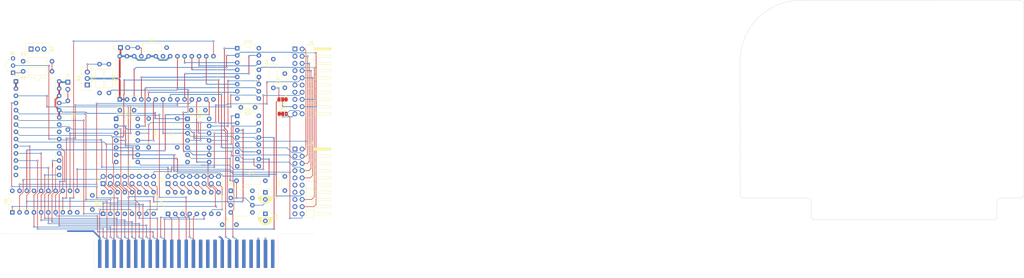
<source format=kicad_pcb>
(kicad_pcb
	(version 20241229)
	(generator "pcbnew")
	(generator_version "9.0")
	(general
		(thickness 1.6)
		(legacy_teardrops no)
	)
	(paper "A4")
	(layers
		(0 "F.Cu" signal)
		(2 "B.Cu" signal)
		(9 "F.Adhes" user "F.Adhesive")
		(11 "B.Adhes" user "B.Adhesive")
		(13 "F.Paste" user)
		(15 "B.Paste" user)
		(5 "F.SilkS" user "F.Silkscreen")
		(7 "B.SilkS" user "B.Silkscreen")
		(1 "F.Mask" user)
		(3 "B.Mask" user)
		(17 "Dwgs.User" user "User.Drawings")
		(19 "Cmts.User" user "User.Comments")
		(21 "Eco1.User" user "User.Eco1")
		(23 "Eco2.User" user "User.Eco2")
		(25 "Edge.Cuts" user)
		(27 "Margin" user)
		(31 "F.CrtYd" user "F.Courtyard")
		(29 "B.CrtYd" user "B.Courtyard")
		(35 "F.Fab" user)
		(33 "B.Fab" user)
		(39 "User.1" user)
		(41 "User.2" user)
		(43 "User.3" user)
		(45 "User.4" user)
	)
	(setup
		(pad_to_mask_clearance 0)
		(allow_soldermask_bridges_in_footprints no)
		(tenting front back)
		(pcbplotparams
			(layerselection 0x00000000_00000000_55555555_5755f5ff)
			(plot_on_all_layers_selection 0x00000000_00000000_00000000_00000000)
			(disableapertmacros no)
			(usegerberextensions no)
			(usegerberattributes yes)
			(usegerberadvancedattributes yes)
			(creategerberjobfile yes)
			(dashed_line_dash_ratio 12.000000)
			(dashed_line_gap_ratio 3.000000)
			(svgprecision 4)
			(plotframeref no)
			(mode 1)
			(useauxorigin no)
			(hpglpennumber 1)
			(hpglpenspeed 20)
			(hpglpendiameter 15.000000)
			(pdf_front_fp_property_popups yes)
			(pdf_back_fp_property_popups yes)
			(pdf_metadata yes)
			(pdf_single_document no)
			(dxfpolygonmode yes)
			(dxfimperialunits yes)
			(dxfusepcbnewfont yes)
			(psnegative no)
			(psa4output no)
			(plot_black_and_white yes)
			(sketchpadsonfab no)
			(plotpadnumbers no)
			(hidednponfab no)
			(sketchdnponfab yes)
			(crossoutdnponfab yes)
			(subtractmaskfromsilk no)
			(outputformat 1)
			(mirror no)
			(drillshape 1)
			(scaleselection 1)
			(outputdirectory "")
		)
	)
	(net 0 "")
	(net 1 "-12V")
	(net 2 "GND")
	(net 3 "+5V")
	(net 4 "Net-(U6-THR)")
	(net 5 "+12V")
	(net 6 "Net-(J1-Pin_2)")
	(net 7 "~{IOSEL}")
	(net 8 "Net-(J2-Pin_5)")
	(net 9 "Net-(J2-Pin_7)")
	(net 10 "/VCC_SWITCHED_1")
	(net 11 "Net-(J2-Pin_15)")
	(net 12 "Net-(J2-Pin_3)")
	(net 13 "Net-(J2-Pin_9)")
	(net 14 "Net-(J2-Pin_11)")
	(net 15 "Net-(J2-Pin_13)")
	(net 16 "Net-(J2-Pin_1)")
	(net 17 "Net-(J3-Pin_11)")
	(net 18 "Net-(J3-Pin_5)")
	(net 19 "Net-(J3-Pin_7)")
	(net 20 "Net-(J3-Pin_9)")
	(net 21 "Net-(J3-Pin_1)")
	(net 22 "Net-(J3-Pin_13)")
	(net 23 "Net-(J3-Pin_15)")
	(net 24 "Net-(J3-Pin_3)")
	(net 25 "Net-(J4-Pin_2)")
	(net 26 "/PH1")
	(net 27 "/PH0")
	(net 28 "/WR DATA")
	(net 29 "/W PROT")
	(net 30 "/RD DATA")
	(net 31 "/PH2")
	(net 32 "/PH3")
	(net 33 "Net-(J5-Pin_17)")
	(net 34 "/WR REQ")
	(net 35 "Net-(J5-Pin_19)")
	(net 36 "/~{ENBL 1}")
	(net 37 "Net-(J5-Pin_5)")
	(net 38 "/~{ENBL 2}")
	(net 39 "A12")
	(net 40 "D0")
	(net 41 "A10")
	(net 42 "A3")
	(net 43 "A14")
	(net 44 "D3")
	(net 45 "unconnected-(P1-Pin_40-Pad40)")
	(net 46 "2M")
	(net 47 "~{RESET}")
	(net 48 "unconnected-(P1-Pin_30-Pad30)")
	(net 49 "A4")
	(net 50 "~{EXTC}")
	(net 51 "unconnected-(P1-Pin_18-Pad18)")
	(net 52 "unconnected-(P1-Pin_38-Pad38)")
	(net 53 "D1")
	(net 54 "unconnected-(P1-Pin_29-Pad29)")
	(net 55 "A0")
	(net 56 "A15")
	(net 57 "D6")
	(net 58 "unconnected-(P1-Pin_36-Pad36)")
	(net 59 "A5")
	(net 60 "unconnected-(P1-Pin_22-Pad22)")
	(net 61 "~{EXTE}")
	(net 62 "Net-(P1-Pin_24)")
	(net 63 "~{EXT8}")
	(net 64 "unconnected-(P1-Pin_34-Pad34)")
	(net 65 "A8")
	(net 66 "D2")
	(net 67 "A2")
	(net 68 "D7")
	(net 69 "A7")
	(net 70 "Net-(P1-Pin_23)")
	(net 71 "A6")
	(net 72 "unconnected-(P1-Pin_21-Pad21)")
	(net 73 "~{EXT_MEM}")
	(net 74 "D4")
	(net 75 "D5")
	(net 76 "A9")
	(net 77 "A13")
	(net 78 "A11")
	(net 79 "unconnected-(P1-Pin_39-Pad39)")
	(net 80 "~{EXT6}")
	(net 81 "A1")
	(net 82 "Net-(Q1-E)")
	(net 83 "Net-(Q2-B)")
	(net 84 "Net-(Q3-B)")
	(net 85 "Net-(U8-~{CE})")
	(net 86 "Net-(R9-Pad2)")
	(net 87 "Net-(U4-Q6)")
	(net 88 "Net-(U4-Q5)")
	(net 89 "Net-(U4-Q7)")
	(net 90 "Net-(U4-Q4)")
	(net 91 "Net-(U10-D3)")
	(net 92 "Net-(U8-D1)")
	(net 93 "Net-(U10-~{Mr})")
	(net 94 "Net-(U8-A4)")
	(net 95 "Net-(U10-Q3)")
	(net 96 "Net-(U10-Cp)")
	(net 97 "Net-(U8-D3)")
	(net 98 "Net-(U10-Q5)")
	(net 99 "Net-(U10-Q2)")
	(net 100 "Net-(U8-A1)")
	(net 101 "Net-(U10-D2)")
	(net 102 "Net-(U8-D0)")
	(net 103 "Net-(U10-Q1)")
	(net 104 "unconnected-(U6-DIS-Pad7)")
	(net 105 "Net-(U10-D0)")
	(net 106 "unconnected-(U6-CV-Pad5)")
	(net 107 "Net-(U10-D5)")
	(net 108 "Net-(U8-D2)")
	(net 109 "Net-(U10-D1)")
	(net 110 "unconnected-(U9-Q7-Pad17)")
	(net 111 "/VCC_SWITCHED_2")
	(net 112 "/~{IOEN}")
	(net 113 "/~{DEVEN}")
	(footprint "Connector_PinHeader_2.54mm:PinHeader_1x02_P2.54mm_Vertical" (layer "F.Cu") (at 69.565185 66.517185))
	(footprint "Capacitor_THT:C_Rect_L7.0mm_W2.0mm_P5.00mm" (layer "F.Cu") (at 118.034185 76.423185 180))
	(footprint "Resistor_THT:R_Axial_DIN0207_L6.3mm_D2.5mm_P10.16mm_Horizontal" (layer "F.Cu") (at 94.203185 54.325185))
	(footprint "Connector_PinHeader_2.54mm:PinHeader_1x02_P2.54mm_Vertical" (layer "F.Cu") (at 88.107185 54.325185 90))
	(footprint "Capacitor_THT:CP_Radial_D5.0mm_P2.50mm" (layer "F.Cu") (at 139.161185 112.999185 -90))
	(footprint "Resistor_THT:R_Axial_DIN0207_L6.3mm_D2.5mm_P10.16mm_Horizontal" (layer "F.Cu") (at 84.043185 60.167185 -90))
	(footprint "Capacitor_THT:C_Rect_L7.0mm_W2.0mm_P5.00mm" (layer "F.Cu") (at 146.019185 104.791185 90))
	(footprint "Package_DIP:DIP-16_W7.62mm" (layer "F.Cu") (at 129.250185 54.539185))
	(footprint "Package_DIP:DIP-16_W7.62mm" (layer "F.Cu") (at 82.006185 112.994185 90))
	(footprint "Package_TO_SOT_THT:TO-92_Inline_Wide" (layer "F.Cu") (at 50.261185 63.215185 90))
	(footprint "Resistor_THT:R_Axial_DIN0207_L6.3mm_D2.5mm_P10.16mm_Horizontal" (layer "F.Cu") (at 141.955185 68.549185 90))
	(footprint "Capacitor_THT:CP_Radial_D5.0mm_P2.50mm" (layer "F.Cu") (at 139.156185 105.419185 -90))
	(footprint "Resistor_THT:R_Axial_DIN0207_L6.3mm_D2.5mm_P10.16mm_Horizontal" (layer "F.Cu") (at 53.817185 59.151185))
	(footprint "Package_DIP:DIP-16_W7.62mm" (layer "F.Cu") (at 104.866185 112.999185 90))
	(footprint "Package_DIP:DIP-28_W15.24mm" (layer "F.Cu") (at 87.853185 72.613185 90))
	(footprint "Package_DIP:DIP-14_W7.62mm" (layer "F.Cu") (at 111.729185 79.471185))
	(footprint "Resistor_THT:R_Axial_DIN0207_L6.3mm_D2.5mm_P10.16mm_Horizontal" (layer "F.Cu") (at 69.565185 73.121185 -90))
	(footprint "Capacitor_THT:C_Rect_L7.0mm_W2.0mm_P5.00mm" (layer "F.Cu") (at 146.019185 68.509185 90))
	(footprint "Jumper:SolderJumper-3_P1.3mm_Bridged12_RoundedPad1.0x1.5mm" (layer "F.Cu") (at 145.287185 77.693185))
	(footprint "Resistor_THT:R_Axial_DIN0207_L6.3mm_D2.5mm_P10.16mm_Horizontal" (layer "F.Cu") (at 98.053185 79.382185 -90))
	(footprint "Package_DIP:DIP-28_W15.24mm" (layer "F.Cu") (at 51.277185 66.263185))
	(footprint "Capacitor_THT:C_Rect_L7.0mm_W2.0mm_P5.00mm" (layer "F.Cu") (at 135.525185 75.407185 180))
	(footprint "Capacitor_THT:C_Rect_L7.0mm_W2.0mm_P5.00mm" (layer "F.Cu") (at 78.201185 106.475185 -90))
	(footprint "Capacitor_THT:C_Rect_L7.0mm_W2.0mm_P5.00mm" (layer "F.Cu") (at 92.893185 76.428185 180))
	(footprint "Package_TO_SOT_THT:TO-126-3_Vertical" (layer "F.Cu") (at 56.623185 54.833185))
	(footprint "Package_DIP:DIP-14_W7.62mm" (layer "F.Cu") (at 86.588185 79.471185))
	(footprint "Resistor_THT:R_Axial_DIN0207_L6.3mm_D2.5mm_P10.16mm_Horizontal"
		(layer "F.Cu")
		(uuid "a3fd79da-f5d5-4ae4-9621-898f304ff506")
		(at 128.996185 101.315185)
		(descr "Resistor, Axial_DIN0207 series, Axial, Horizontal, pin pitch=10.16mm, 0.25W = 1/4W, length*diameter=6.3*2.5mm^2, http://cdn-reichelt.de/documents/datenblatt/B400/1_4W%23YAG.pdf")
		(tags "Resistor Axial_DIN0207 series Axial Horizontal pin pitch 10.16mm 0.25W = 1/4W length 6.3mm diameter 2.5mm")
		(property "Reference" "R5"
			(at 5.08 -2.37 0)
			(layer "F.SilkS")
			(uuid "9c6b700b-b56f-454a-af08-cbb92ee0419a")
			(effects
				(font
					(size 1 1)
					(thickness 0.15)
				)
			)
		)
		(property "Value" "47K"
			(at 5.08 2.37 0)
			(layer "F.Fab")
			(uuid "59038263-5bfc-4502-9e63-17686569948d")
			(effects
				(font
					(size 1 1)
					(thickness 0.15)
				)
			)
		)
		(property "Datasheet" ""
			(at 0 0 0)
			(unlocked yes)
			(layer "F.Fab")
			(hide yes)
			(uuid "451e5c88-4e24-4863-a615-27044dbe0c7a")
			(effects
				(font
					(size 1.27 1.27)
					(thickness 0.15)
				)
			)
		)
		(property "Description" "Resistor, small symbol"
			(at 0 0 0)
			(unlocked yes)
			(layer "F.Fab")
			(hide yes)
			(uuid "ff008a55-37e8-44c0-bf53-7e7561ef5750")
			(effects
				(font
					(size 1.27 1.27)
					(thickness 0.15)
				)
			)
		)
		(property ki_fp_filters "R_*")
		(path "/0a9e3eae-f6aa-4726-95a0-baa5697c9c68")
		(sheetname "/")
		(sheetfile "TK2000_DiskInterface_REDUX.kicad_sch")
		(attr through_hole)
		(fp_line
			(start 1.04 0)
			(end 1.81 0)
			(stroke
				(width 0.12)
				(type solid)
			)
			(layer "F.SilkS")
			(uuid "a630116e-10dc-4ef2-a442-a6f0fd3f75eb")
		)
		(fp_line
			(start 1.81 -1.37)
			(end 1.81 1.37)
			(stroke
				(width 0.12)
				(type solid)
			)
			(layer "F.SilkS")
			(uuid "729f8d0c-d614-4153-be3b-6baa6e5385c4")
		)
		(fp_line
			(start 1.81 1.37)
			(end 8.35 1.37)
			(stroke
				(width 0.12)
				(type solid)
			)
			(layer "F.SilkS")
			(uuid "992273d0-000c-4bc0-bee8-f1216b2ba043")
		)
		(fp_line
			(start 8.35 -1.37)
			(end 1.81 -1.37)
			(stroke
				(width 0.12)
				(type solid)
			)
			(layer "F.SilkS")
			(uuid "a9b63733-6e81-455e-b6c1-451b64372f22")
		)
		(fp_line
			(start 8.35 1.37)
			(end 8.35 -1.37)
			(stroke
				(width 0.12)
				(type solid)
			)
			(layer "F.SilkS")
			(uuid "90083b9f-7d28-4ed0-a18e-c6019e6b0e30")
		)
		(fp_line
			(start 9.12 0)
			(end 8.35 0)
			(stroke
				(width 0.12)
				(type solid)
			)
			(layer "F.SilkS")
			(uuid "5694fe5b-57bc-4be2-8ef2-83bc8a9555e4")
		)
		(fp_line
			(start -1.05 -1.5)
			(end -1.05 1.5)
			(stroke
				(width 0.05)
				(type solid)
			)
			(layer "F.CrtYd")
			(uuid "87cd9991-4586-4e07-b07e-d88529961560")
		)
		(fp_line
			(start -1.05 1.5)
			(end 11.21 1.5)
			(stroke
				(width 0.05)
				(type solid)
			)
			(layer "F.CrtYd")
			(uuid "bd9f9d97-62c5-489d-88c0-532c339a6422"
... [320150 chars truncated]
</source>
